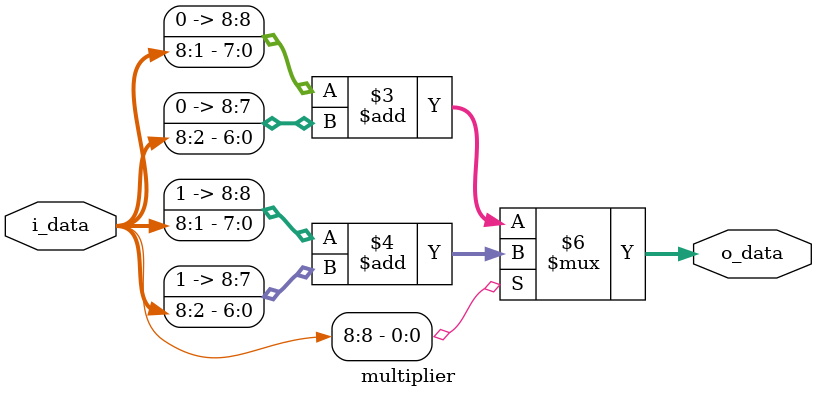
<source format=sv>
`timescale 1ns / 1ps


module multiplier
    (
        input  logic [8 : 0] i_data      ,
        output logic [8 : 0] o_data
    );

    always_comb
    begin
        if(i_data[8] == 0) begin
            o_data = ({'0, i_data[8 : 1]} + {2'b00, i_data[8 : 2]});
        end else begin
            o_data = ({'1, i_data[8 : 1]} + {2'b11, i_data[8 : 2]});
        end
    end

endmodule

</source>
